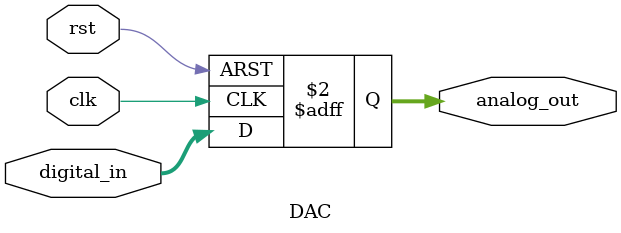
<source format=v>
`timescale 1ns / 1ps


module DAC (
    input clk,
    input rst,
    input [9:0] digital_in,
    output reg [9:0] analog_out
);
    always @(posedge clk or posedge rst) begin
        if (rst) begin
            analog_out <= 0;
        end else begin
            analog_out <= digital_in;  // Simplified DAC model for illustration
        end
    end
endmodule


</source>
